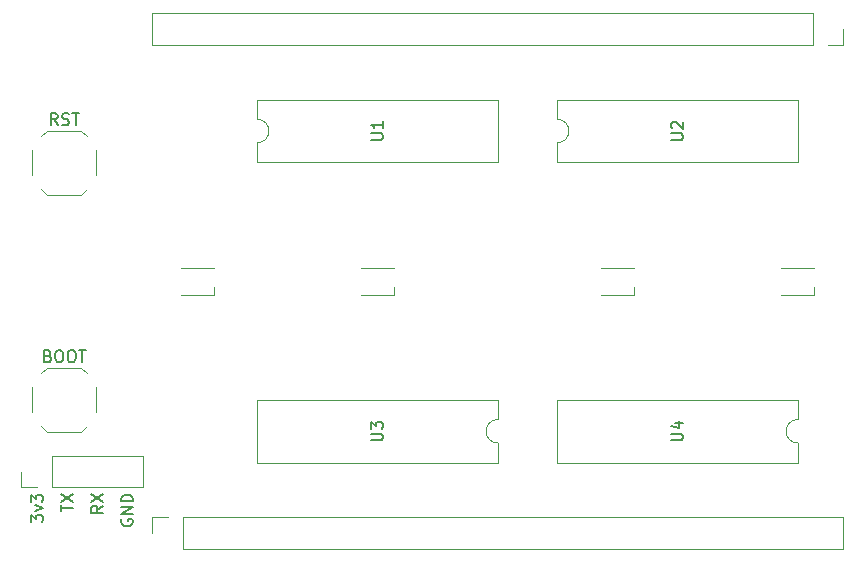
<source format=gbr>
%TF.GenerationSoftware,KiCad,Pcbnew,7.0.5*%
%TF.CreationDate,2023-07-04T20:42:27-04:00*%
%TF.ProjectId,Nixie Clock,4e697869-6520-4436-9c6f-636b2e6b6963,rev?*%
%TF.SameCoordinates,Original*%
%TF.FileFunction,Legend,Top*%
%TF.FilePolarity,Positive*%
%FSLAX46Y46*%
G04 Gerber Fmt 4.6, Leading zero omitted, Abs format (unit mm)*
G04 Created by KiCad (PCBNEW 7.0.5) date 2023-07-04 20:42:27*
%MOMM*%
%LPD*%
G01*
G04 APERTURE LIST*
%ADD10C,0.150000*%
%ADD11C,0.120000*%
G04 APERTURE END LIST*
D10*
X140549380Y-70608819D02*
X140216047Y-70132628D01*
X139977952Y-70608819D02*
X139977952Y-69608819D01*
X139977952Y-69608819D02*
X140358904Y-69608819D01*
X140358904Y-69608819D02*
X140454142Y-69656438D01*
X140454142Y-69656438D02*
X140501761Y-69704057D01*
X140501761Y-69704057D02*
X140549380Y-69799295D01*
X140549380Y-69799295D02*
X140549380Y-69942152D01*
X140549380Y-69942152D02*
X140501761Y-70037390D01*
X140501761Y-70037390D02*
X140454142Y-70085009D01*
X140454142Y-70085009D02*
X140358904Y-70132628D01*
X140358904Y-70132628D02*
X139977952Y-70132628D01*
X140930333Y-70561200D02*
X141073190Y-70608819D01*
X141073190Y-70608819D02*
X141311285Y-70608819D01*
X141311285Y-70608819D02*
X141406523Y-70561200D01*
X141406523Y-70561200D02*
X141454142Y-70513580D01*
X141454142Y-70513580D02*
X141501761Y-70418342D01*
X141501761Y-70418342D02*
X141501761Y-70323104D01*
X141501761Y-70323104D02*
X141454142Y-70227866D01*
X141454142Y-70227866D02*
X141406523Y-70180247D01*
X141406523Y-70180247D02*
X141311285Y-70132628D01*
X141311285Y-70132628D02*
X141120809Y-70085009D01*
X141120809Y-70085009D02*
X141025571Y-70037390D01*
X141025571Y-70037390D02*
X140977952Y-69989771D01*
X140977952Y-69989771D02*
X140930333Y-69894533D01*
X140930333Y-69894533D02*
X140930333Y-69799295D01*
X140930333Y-69799295D02*
X140977952Y-69704057D01*
X140977952Y-69704057D02*
X141025571Y-69656438D01*
X141025571Y-69656438D02*
X141120809Y-69608819D01*
X141120809Y-69608819D02*
X141358904Y-69608819D01*
X141358904Y-69608819D02*
X141501761Y-69656438D01*
X141787476Y-69608819D02*
X142358904Y-69608819D01*
X142073190Y-70608819D02*
X142073190Y-69608819D01*
X140855819Y-103317731D02*
X140855819Y-102746303D01*
X141855819Y-103032017D02*
X140855819Y-103032017D01*
X140855819Y-102508207D02*
X141855819Y-101841541D01*
X140855819Y-101841541D02*
X141855819Y-102508207D01*
X145983438Y-103984398D02*
X145935819Y-104079636D01*
X145935819Y-104079636D02*
X145935819Y-104222493D01*
X145935819Y-104222493D02*
X145983438Y-104365350D01*
X145983438Y-104365350D02*
X146078676Y-104460588D01*
X146078676Y-104460588D02*
X146173914Y-104508207D01*
X146173914Y-104508207D02*
X146364390Y-104555826D01*
X146364390Y-104555826D02*
X146507247Y-104555826D01*
X146507247Y-104555826D02*
X146697723Y-104508207D01*
X146697723Y-104508207D02*
X146792961Y-104460588D01*
X146792961Y-104460588D02*
X146888200Y-104365350D01*
X146888200Y-104365350D02*
X146935819Y-104222493D01*
X146935819Y-104222493D02*
X146935819Y-104127255D01*
X146935819Y-104127255D02*
X146888200Y-103984398D01*
X146888200Y-103984398D02*
X146840580Y-103936779D01*
X146840580Y-103936779D02*
X146507247Y-103936779D01*
X146507247Y-103936779D02*
X146507247Y-104127255D01*
X146935819Y-103508207D02*
X145935819Y-103508207D01*
X145935819Y-103508207D02*
X146935819Y-102936779D01*
X146935819Y-102936779D02*
X145935819Y-102936779D01*
X146935819Y-102460588D02*
X145935819Y-102460588D01*
X145935819Y-102460588D02*
X145935819Y-102222493D01*
X145935819Y-102222493D02*
X145983438Y-102079636D01*
X145983438Y-102079636D02*
X146078676Y-101984398D01*
X146078676Y-101984398D02*
X146173914Y-101936779D01*
X146173914Y-101936779D02*
X146364390Y-101889160D01*
X146364390Y-101889160D02*
X146507247Y-101889160D01*
X146507247Y-101889160D02*
X146697723Y-101936779D01*
X146697723Y-101936779D02*
X146792961Y-101984398D01*
X146792961Y-101984398D02*
X146888200Y-102079636D01*
X146888200Y-102079636D02*
X146935819Y-102222493D01*
X146935819Y-102222493D02*
X146935819Y-102460588D01*
X139739857Y-90151009D02*
X139882714Y-90198628D01*
X139882714Y-90198628D02*
X139930333Y-90246247D01*
X139930333Y-90246247D02*
X139977952Y-90341485D01*
X139977952Y-90341485D02*
X139977952Y-90484342D01*
X139977952Y-90484342D02*
X139930333Y-90579580D01*
X139930333Y-90579580D02*
X139882714Y-90627200D01*
X139882714Y-90627200D02*
X139787476Y-90674819D01*
X139787476Y-90674819D02*
X139406524Y-90674819D01*
X139406524Y-90674819D02*
X139406524Y-89674819D01*
X139406524Y-89674819D02*
X139739857Y-89674819D01*
X139739857Y-89674819D02*
X139835095Y-89722438D01*
X139835095Y-89722438D02*
X139882714Y-89770057D01*
X139882714Y-89770057D02*
X139930333Y-89865295D01*
X139930333Y-89865295D02*
X139930333Y-89960533D01*
X139930333Y-89960533D02*
X139882714Y-90055771D01*
X139882714Y-90055771D02*
X139835095Y-90103390D01*
X139835095Y-90103390D02*
X139739857Y-90151009D01*
X139739857Y-90151009D02*
X139406524Y-90151009D01*
X140597000Y-89674819D02*
X140787476Y-89674819D01*
X140787476Y-89674819D02*
X140882714Y-89722438D01*
X140882714Y-89722438D02*
X140977952Y-89817676D01*
X140977952Y-89817676D02*
X141025571Y-90008152D01*
X141025571Y-90008152D02*
X141025571Y-90341485D01*
X141025571Y-90341485D02*
X140977952Y-90531961D01*
X140977952Y-90531961D02*
X140882714Y-90627200D01*
X140882714Y-90627200D02*
X140787476Y-90674819D01*
X140787476Y-90674819D02*
X140597000Y-90674819D01*
X140597000Y-90674819D02*
X140501762Y-90627200D01*
X140501762Y-90627200D02*
X140406524Y-90531961D01*
X140406524Y-90531961D02*
X140358905Y-90341485D01*
X140358905Y-90341485D02*
X140358905Y-90008152D01*
X140358905Y-90008152D02*
X140406524Y-89817676D01*
X140406524Y-89817676D02*
X140501762Y-89722438D01*
X140501762Y-89722438D02*
X140597000Y-89674819D01*
X141644619Y-89674819D02*
X141835095Y-89674819D01*
X141835095Y-89674819D02*
X141930333Y-89722438D01*
X141930333Y-89722438D02*
X142025571Y-89817676D01*
X142025571Y-89817676D02*
X142073190Y-90008152D01*
X142073190Y-90008152D02*
X142073190Y-90341485D01*
X142073190Y-90341485D02*
X142025571Y-90531961D01*
X142025571Y-90531961D02*
X141930333Y-90627200D01*
X141930333Y-90627200D02*
X141835095Y-90674819D01*
X141835095Y-90674819D02*
X141644619Y-90674819D01*
X141644619Y-90674819D02*
X141549381Y-90627200D01*
X141549381Y-90627200D02*
X141454143Y-90531961D01*
X141454143Y-90531961D02*
X141406524Y-90341485D01*
X141406524Y-90341485D02*
X141406524Y-90008152D01*
X141406524Y-90008152D02*
X141454143Y-89817676D01*
X141454143Y-89817676D02*
X141549381Y-89722438D01*
X141549381Y-89722438D02*
X141644619Y-89674819D01*
X142358905Y-89674819D02*
X142930333Y-89674819D01*
X142644619Y-90674819D02*
X142644619Y-89674819D01*
X144395819Y-102841541D02*
X143919628Y-103174874D01*
X144395819Y-103412969D02*
X143395819Y-103412969D01*
X143395819Y-103412969D02*
X143395819Y-103032017D01*
X143395819Y-103032017D02*
X143443438Y-102936779D01*
X143443438Y-102936779D02*
X143491057Y-102889160D01*
X143491057Y-102889160D02*
X143586295Y-102841541D01*
X143586295Y-102841541D02*
X143729152Y-102841541D01*
X143729152Y-102841541D02*
X143824390Y-102889160D01*
X143824390Y-102889160D02*
X143872009Y-102936779D01*
X143872009Y-102936779D02*
X143919628Y-103032017D01*
X143919628Y-103032017D02*
X143919628Y-103412969D01*
X143395819Y-102508207D02*
X144395819Y-101841541D01*
X143395819Y-101841541D02*
X144395819Y-102508207D01*
X138315819Y-104222493D02*
X138315819Y-103603446D01*
X138315819Y-103603446D02*
X138696771Y-103936779D01*
X138696771Y-103936779D02*
X138696771Y-103793922D01*
X138696771Y-103793922D02*
X138744390Y-103698684D01*
X138744390Y-103698684D02*
X138792009Y-103651065D01*
X138792009Y-103651065D02*
X138887247Y-103603446D01*
X138887247Y-103603446D02*
X139125342Y-103603446D01*
X139125342Y-103603446D02*
X139220580Y-103651065D01*
X139220580Y-103651065D02*
X139268200Y-103698684D01*
X139268200Y-103698684D02*
X139315819Y-103793922D01*
X139315819Y-103793922D02*
X139315819Y-104079636D01*
X139315819Y-104079636D02*
X139268200Y-104174874D01*
X139268200Y-104174874D02*
X139220580Y-104222493D01*
X138649152Y-103270112D02*
X139315819Y-103032017D01*
X139315819Y-103032017D02*
X138649152Y-102793922D01*
X138315819Y-102508207D02*
X138315819Y-101889160D01*
X138315819Y-101889160D02*
X138696771Y-102222493D01*
X138696771Y-102222493D02*
X138696771Y-102079636D01*
X138696771Y-102079636D02*
X138744390Y-101984398D01*
X138744390Y-101984398D02*
X138792009Y-101936779D01*
X138792009Y-101936779D02*
X138887247Y-101889160D01*
X138887247Y-101889160D02*
X139125342Y-101889160D01*
X139125342Y-101889160D02*
X139220580Y-101936779D01*
X139220580Y-101936779D02*
X139268200Y-101984398D01*
X139268200Y-101984398D02*
X139315819Y-102079636D01*
X139315819Y-102079636D02*
X139315819Y-102365350D01*
X139315819Y-102365350D02*
X139268200Y-102460588D01*
X139268200Y-102460588D02*
X139220580Y-102508207D01*
%TO.C,U3*%
X167094819Y-97291904D02*
X167904342Y-97291904D01*
X167904342Y-97291904D02*
X167999580Y-97244285D01*
X167999580Y-97244285D02*
X168047200Y-97196666D01*
X168047200Y-97196666D02*
X168094819Y-97101428D01*
X168094819Y-97101428D02*
X168094819Y-96910952D01*
X168094819Y-96910952D02*
X168047200Y-96815714D01*
X168047200Y-96815714D02*
X167999580Y-96768095D01*
X167999580Y-96768095D02*
X167904342Y-96720476D01*
X167904342Y-96720476D02*
X167094819Y-96720476D01*
X167094819Y-96339523D02*
X167094819Y-95720476D01*
X167094819Y-95720476D02*
X167475771Y-96053809D01*
X167475771Y-96053809D02*
X167475771Y-95910952D01*
X167475771Y-95910952D02*
X167523390Y-95815714D01*
X167523390Y-95815714D02*
X167571009Y-95768095D01*
X167571009Y-95768095D02*
X167666247Y-95720476D01*
X167666247Y-95720476D02*
X167904342Y-95720476D01*
X167904342Y-95720476D02*
X167999580Y-95768095D01*
X167999580Y-95768095D02*
X168047200Y-95815714D01*
X168047200Y-95815714D02*
X168094819Y-95910952D01*
X168094819Y-95910952D02*
X168094819Y-96196666D01*
X168094819Y-96196666D02*
X168047200Y-96291904D01*
X168047200Y-96291904D02*
X167999580Y-96339523D01*
%TO.C,U2*%
X192494819Y-71881904D02*
X193304342Y-71881904D01*
X193304342Y-71881904D02*
X193399580Y-71834285D01*
X193399580Y-71834285D02*
X193447200Y-71786666D01*
X193447200Y-71786666D02*
X193494819Y-71691428D01*
X193494819Y-71691428D02*
X193494819Y-71500952D01*
X193494819Y-71500952D02*
X193447200Y-71405714D01*
X193447200Y-71405714D02*
X193399580Y-71358095D01*
X193399580Y-71358095D02*
X193304342Y-71310476D01*
X193304342Y-71310476D02*
X192494819Y-71310476D01*
X192590057Y-70881904D02*
X192542438Y-70834285D01*
X192542438Y-70834285D02*
X192494819Y-70739047D01*
X192494819Y-70739047D02*
X192494819Y-70500952D01*
X192494819Y-70500952D02*
X192542438Y-70405714D01*
X192542438Y-70405714D02*
X192590057Y-70358095D01*
X192590057Y-70358095D02*
X192685295Y-70310476D01*
X192685295Y-70310476D02*
X192780533Y-70310476D01*
X192780533Y-70310476D02*
X192923390Y-70358095D01*
X192923390Y-70358095D02*
X193494819Y-70929523D01*
X193494819Y-70929523D02*
X193494819Y-70310476D01*
%TO.C,U4*%
X192494819Y-97291904D02*
X193304342Y-97291904D01*
X193304342Y-97291904D02*
X193399580Y-97244285D01*
X193399580Y-97244285D02*
X193447200Y-97196666D01*
X193447200Y-97196666D02*
X193494819Y-97101428D01*
X193494819Y-97101428D02*
X193494819Y-96910952D01*
X193494819Y-96910952D02*
X193447200Y-96815714D01*
X193447200Y-96815714D02*
X193399580Y-96768095D01*
X193399580Y-96768095D02*
X193304342Y-96720476D01*
X193304342Y-96720476D02*
X192494819Y-96720476D01*
X192828152Y-95815714D02*
X193494819Y-95815714D01*
X192447200Y-96053809D02*
X193161485Y-96291904D01*
X193161485Y-96291904D02*
X193161485Y-95672857D01*
%TO.C,U1*%
X167094819Y-71871904D02*
X167904342Y-71871904D01*
X167904342Y-71871904D02*
X167999580Y-71824285D01*
X167999580Y-71824285D02*
X168047200Y-71776666D01*
X168047200Y-71776666D02*
X168094819Y-71681428D01*
X168094819Y-71681428D02*
X168094819Y-71490952D01*
X168094819Y-71490952D02*
X168047200Y-71395714D01*
X168047200Y-71395714D02*
X167999580Y-71348095D01*
X167999580Y-71348095D02*
X167904342Y-71300476D01*
X167904342Y-71300476D02*
X167094819Y-71300476D01*
X168094819Y-70300476D02*
X168094819Y-70871904D01*
X168094819Y-70586190D02*
X167094819Y-70586190D01*
X167094819Y-70586190D02*
X167237676Y-70681428D01*
X167237676Y-70681428D02*
X167332914Y-70776666D01*
X167332914Y-70776666D02*
X167380533Y-70871904D01*
D11*
%TO.C,U3*%
X177845000Y-93880000D02*
X157405000Y-93880000D01*
X157405000Y-93880000D02*
X157405000Y-99180000D01*
X177845000Y-95530000D02*
X177845000Y-93880000D01*
X177845000Y-99180000D02*
X177845000Y-97530000D01*
X157405000Y-99180000D02*
X177845000Y-99180000D01*
X177845000Y-95530000D02*
G75*
G03*
X177845000Y-97530000I0J-1000000D01*
G01*
%TO.C,D5*%
X204620000Y-84970000D02*
X204620000Y-84320000D01*
X204620000Y-84970000D02*
X201780000Y-84970000D01*
X204620000Y-82670000D02*
X201780000Y-82670000D01*
%TO.C,U2*%
X182835000Y-73760000D02*
X203275000Y-73760000D01*
X203275000Y-73760000D02*
X203275000Y-68460000D01*
X182835000Y-72110000D02*
X182835000Y-73760000D01*
X182835000Y-68460000D02*
X182835000Y-70110000D01*
X203275000Y-68460000D02*
X182835000Y-68460000D01*
X182835000Y-72110000D02*
G75*
G03*
X182835000Y-70110000I0J1000000D01*
G01*
%TO.C,J2*%
X137481000Y-101279000D02*
X137481000Y-99949000D01*
X138811000Y-101279000D02*
X137481000Y-101279000D01*
X140081000Y-101279000D02*
X147761000Y-101279000D01*
X140081000Y-101279000D02*
X140081000Y-98619000D01*
X147761000Y-101279000D02*
X147761000Y-98619000D01*
X140081000Y-98619000D02*
X147761000Y-98619000D01*
%TO.C,U4*%
X203245000Y-93880000D02*
X182805000Y-93880000D01*
X182805000Y-93880000D02*
X182805000Y-99180000D01*
X203245000Y-95530000D02*
X203245000Y-93880000D01*
X203245000Y-99180000D02*
X203245000Y-97530000D01*
X182805000Y-99180000D02*
X203245000Y-99180000D01*
X203245000Y-95530000D02*
G75*
G03*
X203245000Y-97530000I0J-1000000D01*
G01*
%TO.C,J4*%
X151130000Y-106486000D02*
X207070000Y-106486000D01*
X151130000Y-106486000D02*
X151130000Y-103826000D01*
X207070000Y-106486000D02*
X207070000Y-103826000D01*
X148530000Y-105156000D02*
X148530000Y-103826000D01*
X148530000Y-103826000D02*
X149860000Y-103826000D01*
X151130000Y-103826000D02*
X207070000Y-103826000D01*
%TO.C,J3*%
X204470000Y-61154000D02*
X148530000Y-61154000D01*
X204470000Y-61154000D02*
X204470000Y-63814000D01*
X148530000Y-61154000D02*
X148530000Y-63814000D01*
X207070000Y-62484000D02*
X207070000Y-63814000D01*
X207070000Y-63814000D02*
X205740000Y-63814000D01*
X204470000Y-63814000D02*
X148530000Y-63814000D01*
%TO.C,SW1*%
X143817000Y-72747000D02*
X143817000Y-74827000D01*
X142547000Y-76507000D02*
X143037000Y-76017000D01*
X142547000Y-76507000D02*
X139647000Y-76507000D01*
X142547000Y-71067000D02*
X143037000Y-71557000D01*
X142547000Y-71067000D02*
X139647000Y-71067000D01*
X139647000Y-76507000D02*
X139157000Y-76017000D01*
X139647000Y-71067000D02*
X139157000Y-71557000D01*
X138377000Y-72747000D02*
X138377000Y-74827000D01*
%TO.C,D4*%
X189380000Y-84970000D02*
X189380000Y-84320000D01*
X189380000Y-84970000D02*
X186540000Y-84970000D01*
X189380000Y-82670000D02*
X186540000Y-82670000D01*
%TO.C,SW2*%
X138377000Y-94893000D02*
X138377000Y-92813000D01*
X139647000Y-91133000D02*
X139157000Y-91623000D01*
X139647000Y-91133000D02*
X142547000Y-91133000D01*
X139647000Y-96573000D02*
X139157000Y-96083000D01*
X139647000Y-96573000D02*
X142547000Y-96573000D01*
X142547000Y-91133000D02*
X143037000Y-91623000D01*
X142547000Y-96573000D02*
X143037000Y-96083000D01*
X143817000Y-94893000D02*
X143817000Y-92813000D01*
%TO.C,D3*%
X169060000Y-84970000D02*
X169060000Y-84320000D01*
X169060000Y-84970000D02*
X166220000Y-84970000D01*
X169060000Y-82670000D02*
X166220000Y-82670000D01*
%TO.C,U1*%
X157435000Y-73760000D02*
X177875000Y-73760000D01*
X177875000Y-73760000D02*
X177875000Y-68460000D01*
X157435000Y-72110000D02*
X157435000Y-73760000D01*
X157435000Y-68460000D02*
X157435000Y-70110000D01*
X177875000Y-68460000D02*
X157435000Y-68460000D01*
X157435000Y-72110000D02*
G75*
G03*
X157435000Y-70110000I0J1000000D01*
G01*
%TO.C,D2*%
X153820000Y-84970000D02*
X153820000Y-84320000D01*
X153820000Y-84970000D02*
X150980000Y-84970000D01*
X153820000Y-82670000D02*
X150980000Y-82670000D01*
%TD*%
M02*

</source>
